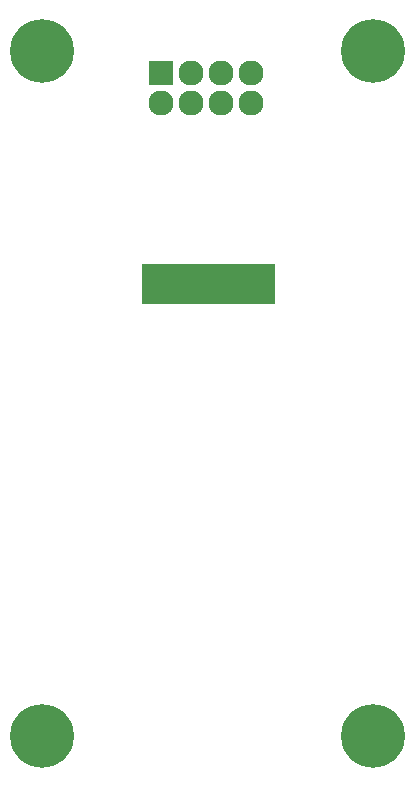
<source format=gbr>
G04 #@! TF.FileFunction,Soldermask,Top*
%FSLAX46Y46*%
G04 Gerber Fmt 4.6, Leading zero omitted, Abs format (unit mm)*
G04 Created by KiCad (PCBNEW 4.0.2-stable) date 10.07.2016 15:03:55*
%MOMM*%
G01*
G04 APERTURE LIST*
%ADD10C,0.100000*%
%ADD11R,0.900000X3.400000*%
%ADD12R,2.127200X2.127200*%
%ADD13O,2.127200X2.127200*%
%ADD14C,5.400000*%
G04 APERTURE END LIST*
D10*
D11*
X145427500Y-108394500D03*
X146227500Y-108394500D03*
X147027500Y-108394500D03*
X147827500Y-108394500D03*
X148627500Y-108394500D03*
X149427500Y-108394500D03*
X150227500Y-108394500D03*
X151027500Y-108394500D03*
X151827500Y-108394500D03*
X152627500Y-108394500D03*
X153427500Y-108394500D03*
X154227500Y-108394500D03*
X155027500Y-108394500D03*
X155827500Y-108394500D03*
D12*
X146621500Y-90551000D03*
D13*
X146621500Y-93091000D03*
X149161500Y-90551000D03*
X149161500Y-93091000D03*
X151701500Y-90551000D03*
X151701500Y-93091000D03*
X154241500Y-90551000D03*
X154241500Y-93091000D03*
D14*
X136525000Y-88646000D03*
X164528500Y-88646000D03*
X136525000Y-146685000D03*
X164528500Y-146621500D03*
M02*

</source>
